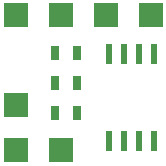
<source format=gtp>
G04 #@! TF.FileFunction,Paste,Top*
%FSLAX46Y46*%
G04 Gerber Fmt 4.6, Leading zero omitted, Abs format (unit mm)*
G04 Created by KiCad (PCBNEW 4.0.4-stable) date 09/14/17 15:41:31*
%MOMM*%
%LPD*%
G01*
G04 APERTURE LIST*
%ADD10C,0.100000*%
%ADD11R,2.000000X2.000000*%
%ADD12R,0.700000X1.300000*%
%ADD13R,0.550000X1.750000*%
G04 APERTURE END LIST*
D10*
D11*
X118745000Y-59055000D03*
X122555000Y-59055000D03*
X114935000Y-70485000D03*
X111125000Y-70485000D03*
X111125000Y-66675000D03*
X111125000Y-59055000D03*
X114935000Y-59055000D03*
D12*
X114432000Y-62230000D03*
X116332000Y-62230000D03*
X116332000Y-67310000D03*
X114432000Y-67310000D03*
X114432000Y-64770000D03*
X116332000Y-64770000D03*
D13*
X118999000Y-69740000D03*
X120269000Y-69740000D03*
X121539000Y-69740000D03*
X122809000Y-69740000D03*
X122809000Y-62340000D03*
X121539000Y-62340000D03*
X120269000Y-62340000D03*
X118999000Y-62340000D03*
M02*

</source>
